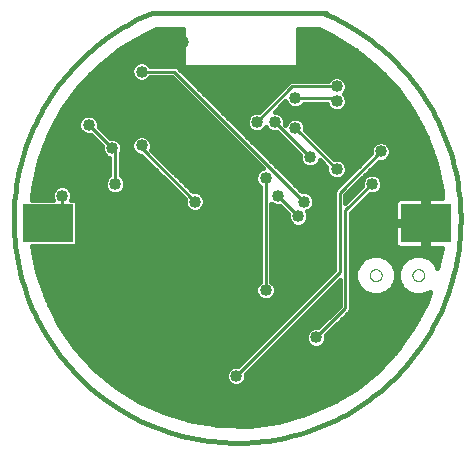
<source format=gbl>
G75*
%MOIN*%
%OFA0B0*%
%FSLAX25Y25*%
%IPPOS*%
%LPD*%
%AMOC8*
5,1,8,0,0,1.08239X$1,22.5*
%
%ADD10C,0.01600*%
%ADD11R,0.17000X0.12800*%
%ADD12C,0.00000*%
%ADD13C,0.04000*%
%ADD14C,0.01000*%
D10*
X0035717Y0032565D02*
X0092924Y0032565D01*
X0094522Y0034164D02*
X0034262Y0034164D01*
X0034282Y0034135D02*
X0028924Y0041916D01*
X0024682Y0050356D01*
X0021634Y0059297D01*
X0019961Y0067937D01*
X0034161Y0067937D01*
X0034981Y0068757D01*
X0034981Y0082717D01*
X0034161Y0083537D01*
X0032933Y0083537D01*
X0033206Y0084195D01*
X0033206Y0085547D01*
X0032688Y0086797D01*
X0031732Y0087753D01*
X0030482Y0088271D01*
X0029129Y0088271D01*
X0027880Y0087753D01*
X0026923Y0086797D01*
X0026406Y0085547D01*
X0026406Y0084195D01*
X0026678Y0083537D01*
X0019790Y0083537D01*
X0020114Y0087419D01*
X0022181Y0096636D01*
X0025489Y0105485D01*
X0029977Y0113797D01*
X0035561Y0121417D01*
X0042134Y0128202D01*
X0049575Y0134023D01*
X0057741Y0138771D01*
X0061120Y0140294D01*
X0070160Y0140294D01*
X0070160Y0127784D01*
X0108349Y0127784D01*
X0108349Y0140294D01*
X0115325Y0140294D01*
X0119489Y0138348D01*
X0127590Y0133488D01*
X0134950Y0127566D01*
X0141430Y0120692D01*
X0146908Y0112996D01*
X0146908Y0112996D01*
X0151282Y0104623D01*
X0154469Y0095730D01*
X0156409Y0086485D01*
X0156587Y0083937D01*
X0151866Y0083937D01*
X0151866Y0076537D01*
X0150266Y0076537D01*
X0150266Y0083937D01*
X0142329Y0083937D01*
X0141871Y0083814D01*
X0141460Y0083577D01*
X0141125Y0083242D01*
X0140888Y0082832D01*
X0140766Y0082374D01*
X0140766Y0076537D01*
X0150266Y0076537D01*
X0150266Y0074937D01*
X0151866Y0074937D01*
X0151866Y0067537D01*
X0156407Y0067537D01*
X0154973Y0060640D01*
X0154323Y0062209D01*
X0152419Y0064113D01*
X0149932Y0065143D01*
X0147239Y0065143D01*
X0144751Y0064113D01*
X0142847Y0062209D01*
X0141817Y0059721D01*
X0141817Y0057028D01*
X0142847Y0054541D01*
X0144751Y0052637D01*
X0147239Y0051606D01*
X0149932Y0051606D01*
X0152419Y0052637D01*
X0152477Y0052694D01*
X0151335Y0049488D01*
X0146977Y0041107D01*
X0141513Y0033401D01*
X0135046Y0026515D01*
X0127697Y0020578D01*
X0119605Y0015704D01*
X0110923Y0011982D01*
X0101813Y0009483D01*
X0092446Y0008254D01*
X0083000Y0008319D01*
X0073651Y0009676D01*
X0064576Y0012299D01*
X0055945Y0016140D01*
X0047921Y0021125D01*
X0040654Y0027161D01*
X0034282Y0034135D01*
X0033162Y0035762D02*
X0096121Y0035762D01*
X0097719Y0037361D02*
X0032061Y0037361D01*
X0030960Y0038959D02*
X0099318Y0038959D01*
X0100916Y0040558D02*
X0029859Y0040558D01*
X0028803Y0042156D02*
X0102515Y0042156D01*
X0104113Y0043755D02*
X0028000Y0043755D01*
X0027196Y0045354D02*
X0105712Y0045354D01*
X0107310Y0046952D02*
X0026393Y0046952D01*
X0025589Y0048551D02*
X0108909Y0048551D01*
X0110507Y0050149D02*
X0098816Y0050149D01*
X0098395Y0049975D02*
X0099645Y0050492D01*
X0100602Y0051449D01*
X0101119Y0052698D01*
X0101119Y0054051D01*
X0100602Y0055301D01*
X0099645Y0056257D01*
X0099619Y0056268D01*
X0099619Y0082100D01*
X0099730Y0081988D01*
X0100980Y0081471D01*
X0102332Y0081471D01*
X0102358Y0081482D01*
X0105157Y0078683D01*
X0105146Y0078657D01*
X0105146Y0077305D01*
X0105664Y0076055D01*
X0106620Y0075099D01*
X0107870Y0074581D01*
X0109222Y0074581D01*
X0110472Y0075099D01*
X0111428Y0076055D01*
X0111946Y0077305D01*
X0111946Y0078657D01*
X0111537Y0079646D01*
X0112440Y0080020D01*
X0113397Y0080976D01*
X0113914Y0082226D01*
X0113914Y0083579D01*
X0113397Y0084828D01*
X0112440Y0085785D01*
X0111191Y0086302D01*
X0109838Y0086302D01*
X0109812Y0086292D01*
X0069107Y0126996D01*
X0067994Y0128109D01*
X0059274Y0128109D01*
X0059263Y0128135D01*
X0058307Y0129092D01*
X0057057Y0129609D01*
X0055704Y0129609D01*
X0054455Y0129092D01*
X0053498Y0128135D01*
X0052981Y0126886D01*
X0052981Y0125533D01*
X0053498Y0124284D01*
X0054455Y0123327D01*
X0055704Y0122809D01*
X0057057Y0122809D01*
X0058307Y0123327D01*
X0059263Y0124284D01*
X0059274Y0124309D01*
X0066420Y0124309D01*
X0096697Y0094033D01*
X0095793Y0093659D01*
X0094837Y0092702D01*
X0094319Y0091453D01*
X0094319Y0090100D01*
X0094837Y0088850D01*
X0095793Y0087894D01*
X0095819Y0087883D01*
X0095819Y0056268D01*
X0095793Y0056257D01*
X0094837Y0055301D01*
X0094319Y0054051D01*
X0094319Y0052698D01*
X0094837Y0051449D01*
X0095793Y0050492D01*
X0097043Y0049975D01*
X0098395Y0049975D01*
X0096622Y0050149D02*
X0024785Y0050149D01*
X0024207Y0051748D02*
X0094713Y0051748D01*
X0094319Y0053346D02*
X0023662Y0053346D01*
X0023117Y0054945D02*
X0094689Y0054945D01*
X0095819Y0056543D02*
X0022572Y0056543D01*
X0022028Y0058142D02*
X0095819Y0058142D01*
X0095819Y0059740D02*
X0021548Y0059740D01*
X0021238Y0061339D02*
X0095819Y0061339D01*
X0095819Y0062937D02*
X0020929Y0062937D01*
X0020619Y0064536D02*
X0095819Y0064536D01*
X0095819Y0066134D02*
X0020310Y0066134D01*
X0020000Y0067733D02*
X0095819Y0067733D01*
X0095819Y0069331D02*
X0034981Y0069331D01*
X0034981Y0070930D02*
X0095819Y0070930D01*
X0095819Y0072528D02*
X0034981Y0072528D01*
X0034981Y0074127D02*
X0095819Y0074127D01*
X0095819Y0075725D02*
X0034981Y0075725D01*
X0034981Y0077324D02*
X0095819Y0077324D01*
X0095819Y0078922D02*
X0034981Y0078922D01*
X0034981Y0080521D02*
X0071670Y0080521D01*
X0071215Y0080976D02*
X0070697Y0082226D01*
X0070697Y0083579D01*
X0070708Y0083605D01*
X0056109Y0098203D01*
X0055704Y0098203D01*
X0054455Y0098721D01*
X0053498Y0099677D01*
X0052981Y0100927D01*
X0052981Y0102279D01*
X0053498Y0103529D01*
X0054455Y0104486D01*
X0055704Y0105003D01*
X0057057Y0105003D01*
X0058307Y0104486D01*
X0059263Y0103529D01*
X0059781Y0102279D01*
X0059781Y0100927D01*
X0059482Y0100205D01*
X0073395Y0086292D01*
X0073421Y0086302D01*
X0074773Y0086302D01*
X0076023Y0085785D01*
X0076979Y0084828D01*
X0077497Y0083579D01*
X0077497Y0082226D01*
X0076979Y0080976D01*
X0076023Y0080020D01*
X0074773Y0079502D01*
X0073421Y0079502D01*
X0072171Y0080020D01*
X0071215Y0080976D01*
X0070741Y0082119D02*
X0034981Y0082119D01*
X0033008Y0083718D02*
X0070595Y0083718D01*
X0068996Y0085316D02*
X0033206Y0085316D01*
X0032570Y0086915D02*
X0044626Y0086915D01*
X0044640Y0086882D02*
X0045596Y0085925D01*
X0046846Y0085408D01*
X0048199Y0085408D01*
X0049448Y0085925D01*
X0050405Y0086882D01*
X0050922Y0088132D01*
X0050922Y0089484D01*
X0050405Y0090734D01*
X0049448Y0091690D01*
X0049422Y0091701D01*
X0049422Y0098697D01*
X0049938Y0099943D01*
X0049938Y0101295D01*
X0049420Y0102545D01*
X0048464Y0103501D01*
X0047214Y0104019D01*
X0045862Y0104019D01*
X0045836Y0104008D01*
X0042053Y0107791D01*
X0042064Y0107817D01*
X0042064Y0109169D01*
X0041546Y0110419D01*
X0040590Y0111375D01*
X0039340Y0111893D01*
X0037988Y0111893D01*
X0036738Y0111375D01*
X0035782Y0110419D01*
X0035264Y0109169D01*
X0035264Y0107817D01*
X0035782Y0106567D01*
X0036738Y0105611D01*
X0037988Y0105093D01*
X0039340Y0105093D01*
X0039366Y0105104D01*
X0043149Y0101321D01*
X0043138Y0101295D01*
X0043138Y0099943D01*
X0043656Y0098693D01*
X0044612Y0097737D01*
X0045622Y0097318D01*
X0045622Y0091701D01*
X0045596Y0091690D01*
X0044640Y0090734D01*
X0044122Y0089484D01*
X0044122Y0088132D01*
X0044640Y0086882D01*
X0044122Y0088513D02*
X0020359Y0088513D01*
X0020072Y0086915D02*
X0027041Y0086915D01*
X0026406Y0085316D02*
X0019938Y0085316D01*
X0019805Y0083718D02*
X0026603Y0083718D01*
X0020718Y0090112D02*
X0044382Y0090112D01*
X0045622Y0091710D02*
X0021076Y0091710D01*
X0021434Y0093309D02*
X0045622Y0093309D01*
X0045622Y0094907D02*
X0021793Y0094907D01*
X0022151Y0096506D02*
X0045622Y0096506D01*
X0044244Y0098104D02*
X0022729Y0098104D01*
X0023327Y0099703D02*
X0043237Y0099703D01*
X0043141Y0101301D02*
X0023925Y0101301D01*
X0024523Y0102900D02*
X0041570Y0102900D01*
X0039972Y0104498D02*
X0025120Y0104498D01*
X0025820Y0106097D02*
X0036252Y0106097D01*
X0035314Y0107695D02*
X0026683Y0107695D01*
X0027546Y0109294D02*
X0035316Y0109294D01*
X0036255Y0110892D02*
X0028409Y0110892D01*
X0029272Y0112491D02*
X0078239Y0112491D01*
X0079837Y0110892D02*
X0041073Y0110892D01*
X0042012Y0109294D02*
X0081436Y0109294D01*
X0083034Y0107695D02*
X0042148Y0107695D01*
X0043747Y0106097D02*
X0084633Y0106097D01*
X0086231Y0104498D02*
X0058275Y0104498D01*
X0059524Y0102900D02*
X0087830Y0102900D01*
X0089428Y0101301D02*
X0059781Y0101301D01*
X0059984Y0099703D02*
X0091027Y0099703D01*
X0092625Y0098104D02*
X0061582Y0098104D01*
X0063181Y0096506D02*
X0094224Y0096506D01*
X0095822Y0094907D02*
X0064779Y0094907D01*
X0066378Y0093309D02*
X0095443Y0093309D01*
X0094426Y0091710D02*
X0067976Y0091710D01*
X0069575Y0090112D02*
X0094319Y0090112D01*
X0095174Y0088513D02*
X0071173Y0088513D01*
X0072772Y0086915D02*
X0095819Y0086915D01*
X0095819Y0085316D02*
X0076491Y0085316D01*
X0077439Y0083718D02*
X0095819Y0083718D01*
X0095819Y0082119D02*
X0077453Y0082119D01*
X0076524Y0080521D02*
X0095819Y0080521D01*
X0099619Y0080521D02*
X0103319Y0080521D01*
X0104918Y0078922D02*
X0099619Y0078922D01*
X0099619Y0077324D02*
X0105146Y0077324D01*
X0105993Y0075725D02*
X0099619Y0075725D01*
X0099619Y0074127D02*
X0120425Y0074127D01*
X0120425Y0075725D02*
X0111098Y0075725D01*
X0111946Y0077324D02*
X0120425Y0077324D01*
X0120425Y0078922D02*
X0111836Y0078922D01*
X0112941Y0080521D02*
X0120425Y0080521D01*
X0120425Y0082119D02*
X0113870Y0082119D01*
X0113857Y0083718D02*
X0120425Y0083718D01*
X0120425Y0085316D02*
X0112909Y0085316D01*
X0109189Y0086915D02*
X0120698Y0086915D01*
X0120425Y0086642D02*
X0120425Y0060067D01*
X0088579Y0028221D01*
X0088553Y0028231D01*
X0087200Y0028231D01*
X0085951Y0027714D01*
X0084994Y0026757D01*
X0084477Y0025508D01*
X0084477Y0024155D01*
X0084994Y0022906D01*
X0085951Y0021949D01*
X0087200Y0021431D01*
X0088553Y0021431D01*
X0089803Y0021949D01*
X0090759Y0022906D01*
X0091277Y0024155D01*
X0091277Y0025508D01*
X0091266Y0025534D01*
X0122394Y0056662D01*
X0122394Y0048256D01*
X0115154Y0041016D01*
X0115128Y0041027D01*
X0113775Y0041027D01*
X0112525Y0040509D01*
X0111569Y0039553D01*
X0111051Y0038303D01*
X0111051Y0036950D01*
X0111569Y0035701D01*
X0112525Y0034744D01*
X0113775Y0034227D01*
X0115128Y0034227D01*
X0116377Y0034744D01*
X0117334Y0035701D01*
X0117851Y0036950D01*
X0117851Y0038303D01*
X0117841Y0038329D01*
X0125081Y0045569D01*
X0126194Y0046682D01*
X0126194Y0079163D01*
X0132450Y0085419D01*
X0132476Y0085408D01*
X0133829Y0085408D01*
X0135078Y0085925D01*
X0136035Y0086882D01*
X0136552Y0088132D01*
X0136552Y0089484D01*
X0136035Y0090734D01*
X0135078Y0091690D01*
X0133829Y0092208D01*
X0132476Y0092208D01*
X0131226Y0091690D01*
X0130270Y0090734D01*
X0129752Y0089484D01*
X0129752Y0088132D01*
X0129763Y0088106D01*
X0124225Y0082568D01*
X0124225Y0085068D01*
X0135403Y0096245D01*
X0135429Y0096235D01*
X0136781Y0096235D01*
X0138031Y0096752D01*
X0138987Y0097709D01*
X0139505Y0098958D01*
X0139505Y0100311D01*
X0138987Y0101561D01*
X0138031Y0102517D01*
X0136781Y0103035D01*
X0135429Y0103035D01*
X0134179Y0102517D01*
X0133223Y0101561D01*
X0132705Y0100311D01*
X0132705Y0098958D01*
X0132716Y0098932D01*
X0120425Y0086642D01*
X0122297Y0088513D02*
X0107590Y0088513D01*
X0105992Y0090112D02*
X0123895Y0090112D01*
X0123267Y0090847D02*
X0124224Y0091803D01*
X0124741Y0093053D01*
X0124741Y0094405D01*
X0124224Y0095655D01*
X0123267Y0096612D01*
X0122018Y0097129D01*
X0120665Y0097129D01*
X0120639Y0097118D01*
X0110951Y0106806D01*
X0110962Y0106832D01*
X0110962Y0108185D01*
X0110444Y0109435D01*
X0109488Y0110391D01*
X0108238Y0110909D01*
X0106885Y0110909D01*
X0105636Y0110391D01*
X0104679Y0109435D01*
X0104305Y0108531D01*
X0104061Y0108775D01*
X0104072Y0108801D01*
X0104072Y0110153D01*
X0103554Y0111403D01*
X0102598Y0112360D01*
X0101348Y0112877D01*
X0100853Y0112877D01*
X0104305Y0116329D01*
X0104679Y0115425D01*
X0105636Y0114469D01*
X0106885Y0113951D01*
X0108238Y0113951D01*
X0109488Y0114469D01*
X0110444Y0115425D01*
X0110455Y0115451D01*
X0118040Y0115451D01*
X0118459Y0114441D01*
X0119415Y0113485D01*
X0120665Y0112967D01*
X0122018Y0112967D01*
X0123267Y0113485D01*
X0124224Y0114441D01*
X0124741Y0115691D01*
X0124741Y0117043D01*
X0124224Y0118293D01*
X0123689Y0118828D01*
X0124224Y0119362D01*
X0124741Y0120612D01*
X0124741Y0121964D01*
X0124224Y0123214D01*
X0123267Y0124171D01*
X0122018Y0124688D01*
X0120665Y0124688D01*
X0119415Y0124171D01*
X0118459Y0123214D01*
X0118448Y0123188D01*
X0105790Y0123188D01*
X0104677Y0122075D01*
X0095469Y0112866D01*
X0095443Y0112877D01*
X0094090Y0112877D01*
X0092840Y0112360D01*
X0091884Y0111403D01*
X0091366Y0110153D01*
X0091366Y0108801D01*
X0091884Y0107551D01*
X0092840Y0106595D01*
X0094090Y0106077D01*
X0095443Y0106077D01*
X0096692Y0106595D01*
X0097649Y0107551D01*
X0097719Y0107721D01*
X0097790Y0107551D01*
X0098746Y0106595D01*
X0099996Y0106077D01*
X0101348Y0106077D01*
X0101374Y0106088D01*
X0109094Y0098368D01*
X0109083Y0098342D01*
X0109083Y0096990D01*
X0109601Y0095740D01*
X0110557Y0094784D01*
X0111807Y0094266D01*
X0113159Y0094266D01*
X0114409Y0094784D01*
X0115365Y0095740D01*
X0115740Y0096644D01*
X0117952Y0094431D01*
X0117941Y0094405D01*
X0117941Y0093053D01*
X0118459Y0091803D01*
X0119415Y0090847D01*
X0120665Y0090329D01*
X0122018Y0090329D01*
X0123267Y0090847D01*
X0124131Y0091710D02*
X0125494Y0091710D01*
X0124741Y0093309D02*
X0127092Y0093309D01*
X0128691Y0094907D02*
X0124533Y0094907D01*
X0123373Y0096506D02*
X0130289Y0096506D01*
X0131888Y0098104D02*
X0119653Y0098104D01*
X0118054Y0099703D02*
X0132705Y0099703D01*
X0133115Y0101301D02*
X0116456Y0101301D01*
X0114857Y0102900D02*
X0135103Y0102900D01*
X0137107Y0102900D02*
X0151900Y0102900D01*
X0151327Y0104498D02*
X0113259Y0104498D01*
X0111660Y0106097D02*
X0150512Y0106097D01*
X0149677Y0107695D02*
X0110962Y0107695D01*
X0110502Y0109294D02*
X0148842Y0109294D01*
X0148007Y0110892D02*
X0108277Y0110892D01*
X0106846Y0110892D02*
X0103766Y0110892D01*
X0104072Y0109294D02*
X0104621Y0109294D01*
X0102281Y0112491D02*
X0147172Y0112491D01*
X0146130Y0114089D02*
X0123872Y0114089D01*
X0124740Y0115688D02*
X0144992Y0115688D01*
X0143854Y0117287D02*
X0124640Y0117287D01*
X0123746Y0118885D02*
X0142716Y0118885D01*
X0141578Y0120484D02*
X0124688Y0120484D01*
X0124693Y0122082D02*
X0140119Y0122082D01*
X0141430Y0120692D02*
X0141430Y0120692D01*
X0138612Y0123681D02*
X0123757Y0123681D01*
X0118925Y0123681D02*
X0072423Y0123681D01*
X0070825Y0125279D02*
X0137105Y0125279D01*
X0135598Y0126878D02*
X0069226Y0126878D01*
X0070160Y0128476D02*
X0058922Y0128476D01*
X0058660Y0123681D02*
X0067049Y0123681D01*
X0068648Y0122082D02*
X0036205Y0122082D01*
X0034877Y0120484D02*
X0070246Y0120484D01*
X0071845Y0118885D02*
X0033705Y0118885D01*
X0032534Y0117287D02*
X0073443Y0117287D01*
X0075042Y0115688D02*
X0031363Y0115688D01*
X0030191Y0114089D02*
X0076640Y0114089D01*
X0078817Y0117287D02*
X0099889Y0117287D01*
X0101487Y0118885D02*
X0077219Y0118885D01*
X0075620Y0120484D02*
X0103086Y0120484D01*
X0104684Y0122082D02*
X0074022Y0122082D01*
X0080416Y0115688D02*
X0098290Y0115688D01*
X0096692Y0114089D02*
X0082014Y0114089D01*
X0083613Y0112491D02*
X0093158Y0112491D01*
X0091673Y0110892D02*
X0085211Y0110892D01*
X0086810Y0109294D02*
X0091366Y0109294D01*
X0091824Y0107695D02*
X0088408Y0107695D01*
X0090007Y0106097D02*
X0094042Y0106097D01*
X0095490Y0106097D02*
X0099948Y0106097D01*
X0102964Y0104498D02*
X0091605Y0104498D01*
X0093204Y0102900D02*
X0104562Y0102900D01*
X0106161Y0101301D02*
X0094802Y0101301D01*
X0096401Y0099703D02*
X0107759Y0099703D01*
X0109083Y0098104D02*
X0097999Y0098104D01*
X0099598Y0096506D02*
X0109283Y0096506D01*
X0110433Y0094907D02*
X0101196Y0094907D01*
X0102795Y0093309D02*
X0117941Y0093309D01*
X0117476Y0094907D02*
X0114532Y0094907D01*
X0115682Y0096506D02*
X0115877Y0096506D01*
X0118552Y0091710D02*
X0104393Y0091710D01*
X0097730Y0107695D02*
X0097709Y0107695D01*
X0102066Y0114089D02*
X0106551Y0114089D01*
X0108572Y0114089D02*
X0118810Y0114089D01*
X0104570Y0115688D02*
X0103664Y0115688D01*
X0108349Y0128476D02*
X0133818Y0128476D01*
X0131832Y0130075D02*
X0108349Y0130075D01*
X0108349Y0131673D02*
X0129845Y0131673D01*
X0127859Y0133272D02*
X0108349Y0133272D01*
X0108349Y0134870D02*
X0125286Y0134870D01*
X0122621Y0136469D02*
X0108349Y0136469D01*
X0108349Y0138067D02*
X0119957Y0138067D01*
X0116670Y0139666D02*
X0108349Y0139666D01*
X0117798Y0145894D02*
X0059924Y0145894D01*
X0059726Y0139666D02*
X0070160Y0139666D01*
X0070160Y0138067D02*
X0056531Y0138067D01*
X0053782Y0136469D02*
X0070160Y0136469D01*
X0070160Y0134870D02*
X0051033Y0134870D01*
X0048615Y0133272D02*
X0070160Y0133272D01*
X0070160Y0131673D02*
X0046572Y0131673D01*
X0044529Y0130075D02*
X0070160Y0130075D01*
X0053839Y0128476D02*
X0042485Y0128476D01*
X0042134Y0128202D02*
X0042134Y0128202D01*
X0040852Y0126878D02*
X0052981Y0126878D01*
X0053086Y0125279D02*
X0039303Y0125279D01*
X0037754Y0123681D02*
X0054101Y0123681D01*
X0054486Y0104498D02*
X0045345Y0104498D01*
X0049065Y0102900D02*
X0053238Y0102900D01*
X0052981Y0101301D02*
X0049935Y0101301D01*
X0049839Y0099703D02*
X0053488Y0099703D01*
X0056208Y0098104D02*
X0049422Y0098104D01*
X0049422Y0096506D02*
X0057807Y0096506D01*
X0059405Y0094907D02*
X0049422Y0094907D01*
X0049422Y0093309D02*
X0061004Y0093309D01*
X0062602Y0091710D02*
X0049422Y0091710D01*
X0050662Y0090112D02*
X0064201Y0090112D01*
X0065799Y0088513D02*
X0050922Y0088513D01*
X0050418Y0086915D02*
X0067398Y0086915D01*
X0059923Y0145895D02*
X0058243Y0145181D01*
X0056581Y0144427D01*
X0054938Y0143632D01*
X0053314Y0142797D01*
X0051712Y0141922D01*
X0050132Y0141008D01*
X0048574Y0140056D01*
X0047041Y0139066D01*
X0045532Y0138039D01*
X0044048Y0136975D01*
X0042591Y0135875D01*
X0041162Y0134740D01*
X0039761Y0133569D01*
X0038389Y0132365D01*
X0037047Y0131128D01*
X0035735Y0129858D01*
X0034455Y0128557D01*
X0033208Y0127224D01*
X0031993Y0125861D01*
X0030812Y0124469D01*
X0029666Y0123048D01*
X0028555Y0121600D01*
X0027480Y0120125D01*
X0026441Y0118624D01*
X0025439Y0117098D01*
X0024475Y0115548D01*
X0023549Y0113974D01*
X0022662Y0112379D01*
X0021815Y0110762D01*
X0021007Y0109125D01*
X0020240Y0107469D01*
X0019513Y0105794D01*
X0018828Y0104102D01*
X0018185Y0102394D01*
X0017583Y0100670D01*
X0017024Y0098933D01*
X0016508Y0097182D01*
X0016035Y0095419D01*
X0015605Y0093644D01*
X0015218Y0091860D01*
X0014876Y0090067D01*
X0014578Y0088266D01*
X0014324Y0086459D01*
X0014114Y0084645D01*
X0013949Y0082827D01*
X0013828Y0081006D01*
X0013752Y0079182D01*
X0013721Y0077357D01*
X0013734Y0075531D01*
X0013793Y0073707D01*
X0013896Y0071884D01*
X0014043Y0070065D01*
X0014235Y0068249D01*
X0014472Y0066439D01*
X0014753Y0064636D01*
X0015078Y0062839D01*
X0015447Y0061052D01*
X0015860Y0059273D01*
X0016316Y0057506D01*
X0016815Y0055750D01*
X0017357Y0054007D01*
X0017942Y0052278D01*
X0018569Y0050563D01*
X0019238Y0048865D01*
X0019948Y0047183D01*
X0020699Y0045519D01*
X0021491Y0043874D01*
X0022323Y0042249D01*
X0023194Y0040645D01*
X0024105Y0039063D01*
X0025054Y0037504D01*
X0026040Y0035968D01*
X0027065Y0034457D01*
X0028126Y0032972D01*
X0029223Y0031513D01*
X0030355Y0030081D01*
X0031523Y0028677D01*
X0032724Y0027303D01*
X0033958Y0025958D01*
X0035226Y0024644D01*
X0036525Y0023362D01*
X0037855Y0022112D01*
X0039215Y0020894D01*
X0040605Y0019711D01*
X0042023Y0018562D01*
X0043469Y0017448D01*
X0044942Y0016369D01*
X0046441Y0015327D01*
X0047965Y0014323D01*
X0049513Y0013355D01*
X0051085Y0012427D01*
X0052679Y0011536D01*
X0054294Y0010686D01*
X0055929Y0009875D01*
X0057584Y0009104D01*
X0059257Y0008374D01*
X0060948Y0007686D01*
X0062655Y0007039D01*
X0064377Y0006434D01*
X0066114Y0005871D01*
X0067864Y0005351D01*
X0069626Y0004875D01*
X0071399Y0004441D01*
X0073182Y0004051D01*
X0074975Y0003705D01*
X0076775Y0003403D01*
X0078582Y0003146D01*
X0080395Y0002932D01*
X0082213Y0002763D01*
X0084034Y0002639D01*
X0085858Y0002560D01*
X0087683Y0002525D01*
X0089508Y0002535D01*
X0091333Y0002589D01*
X0093156Y0002689D01*
X0094976Y0002832D01*
X0096791Y0003021D01*
X0098602Y0003254D01*
X0100406Y0003531D01*
X0102203Y0003853D01*
X0103992Y0004218D01*
X0105771Y0004627D01*
X0107539Y0005080D01*
X0109296Y0005575D01*
X0111040Y0006114D01*
X0112771Y0006695D01*
X0114486Y0007319D01*
X0116186Y0007984D01*
X0117869Y0008691D01*
X0119534Y0009439D01*
X0121181Y0010227D01*
X0122807Y0011056D01*
X0124413Y0011924D01*
X0125997Y0012832D01*
X0127558Y0013777D01*
X0129096Y0014761D01*
X0130609Y0015782D01*
X0132097Y0016840D01*
X0133558Y0017935D01*
X0134992Y0019064D01*
X0136398Y0020229D01*
X0137775Y0021427D01*
X0139122Y0022659D01*
X0140438Y0023924D01*
X0141723Y0025220D01*
X0142976Y0026548D01*
X0144196Y0027906D01*
X0145383Y0029293D01*
X0146535Y0030709D01*
X0147652Y0032153D01*
X0148733Y0033624D01*
X0149778Y0035121D01*
X0150786Y0036643D01*
X0151756Y0038189D01*
X0152688Y0039758D01*
X0153581Y0041350D01*
X0154435Y0042964D01*
X0155249Y0044598D01*
X0156023Y0046251D01*
X0156757Y0047923D01*
X0157449Y0049612D01*
X0158099Y0051318D01*
X0158707Y0053039D01*
X0159273Y0054774D01*
X0159797Y0056523D01*
X0160277Y0058284D01*
X0160714Y0060057D01*
X0161107Y0061839D01*
X0161457Y0063631D01*
X0161762Y0065430D01*
X0162024Y0067237D01*
X0162241Y0069050D01*
X0162413Y0070867D01*
X0162541Y0072688D01*
X0162625Y0074511D01*
X0162663Y0076337D01*
X0162657Y0078162D01*
X0162606Y0079987D01*
X0162510Y0081810D01*
X0162370Y0083630D01*
X0162185Y0085446D01*
X0161956Y0087257D01*
X0161682Y0089062D01*
X0161364Y0090859D01*
X0161003Y0092649D01*
X0160597Y0094428D01*
X0160148Y0096198D01*
X0159656Y0097956D01*
X0159121Y0099701D01*
X0158543Y0101432D01*
X0157923Y0103149D01*
X0157261Y0104851D01*
X0156557Y0106535D01*
X0155813Y0108202D01*
X0155028Y0109850D01*
X0154202Y0111478D01*
X0153337Y0113086D01*
X0152433Y0114671D01*
X0151490Y0116235D01*
X0150510Y0117774D01*
X0149491Y0119289D01*
X0148436Y0120779D01*
X0147345Y0122242D01*
X0146218Y0123679D01*
X0145057Y0125087D01*
X0143861Y0126466D01*
X0142632Y0127816D01*
X0141370Y0129135D01*
X0140076Y0130422D01*
X0138751Y0131678D01*
X0137396Y0132901D01*
X0136011Y0134090D01*
X0134597Y0135245D01*
X0133155Y0136365D01*
X0131687Y0137449D01*
X0130192Y0138497D01*
X0128672Y0139508D01*
X0127128Y0140481D01*
X0125560Y0141416D01*
X0123970Y0142313D01*
X0122358Y0143170D01*
X0120726Y0143987D01*
X0119074Y0144765D01*
X0117404Y0145501D01*
X0139095Y0101301D02*
X0152473Y0101301D01*
X0153046Y0099703D02*
X0139505Y0099703D01*
X0139151Y0098104D02*
X0153618Y0098104D01*
X0154191Y0096506D02*
X0137436Y0096506D01*
X0134065Y0094907D02*
X0154642Y0094907D01*
X0154977Y0093309D02*
X0132466Y0093309D01*
X0131275Y0091710D02*
X0130868Y0091710D01*
X0130012Y0090112D02*
X0129269Y0090112D01*
X0129752Y0088513D02*
X0127671Y0088513D01*
X0128572Y0086915D02*
X0126072Y0086915D01*
X0126974Y0085316D02*
X0124474Y0085316D01*
X0124225Y0083718D02*
X0125375Y0083718D01*
X0127552Y0080521D02*
X0140766Y0080521D01*
X0140766Y0082119D02*
X0129151Y0082119D01*
X0130749Y0083718D02*
X0141704Y0083718D01*
X0140766Y0078922D02*
X0126194Y0078922D01*
X0126194Y0077324D02*
X0140766Y0077324D01*
X0140766Y0074937D02*
X0140766Y0069100D01*
X0140888Y0068642D01*
X0141125Y0068232D01*
X0141460Y0067897D01*
X0141871Y0067660D01*
X0142329Y0067537D01*
X0150266Y0067537D01*
X0150266Y0074937D01*
X0140766Y0074937D01*
X0140766Y0074127D02*
X0126194Y0074127D01*
X0126194Y0075725D02*
X0150266Y0075725D01*
X0150266Y0074127D02*
X0151866Y0074127D01*
X0151866Y0072528D02*
X0150266Y0072528D01*
X0150266Y0070930D02*
X0151866Y0070930D01*
X0151866Y0069331D02*
X0150266Y0069331D01*
X0150266Y0067733D02*
X0151866Y0067733D01*
X0151399Y0064536D02*
X0155783Y0064536D01*
X0156115Y0066134D02*
X0126194Y0066134D01*
X0126194Y0064536D02*
X0131599Y0064536D01*
X0130578Y0064113D02*
X0133066Y0065143D01*
X0135758Y0065143D01*
X0138246Y0064113D01*
X0140150Y0062209D01*
X0141181Y0059721D01*
X0141181Y0057028D01*
X0140150Y0054541D01*
X0138246Y0052637D01*
X0135758Y0051606D01*
X0133066Y0051606D01*
X0130578Y0052637D01*
X0128674Y0054541D01*
X0127644Y0057028D01*
X0127644Y0059721D01*
X0128674Y0062209D01*
X0130578Y0064113D01*
X0129402Y0062937D02*
X0126194Y0062937D01*
X0126194Y0061339D02*
X0128314Y0061339D01*
X0127651Y0059740D02*
X0126194Y0059740D01*
X0126194Y0058142D02*
X0127644Y0058142D01*
X0127845Y0056543D02*
X0126194Y0056543D01*
X0126194Y0054945D02*
X0128507Y0054945D01*
X0129869Y0053346D02*
X0126194Y0053346D01*
X0126194Y0051748D02*
X0132725Y0051748D01*
X0136099Y0051748D02*
X0146898Y0051748D01*
X0144042Y0053346D02*
X0138955Y0053346D01*
X0140317Y0054945D02*
X0142680Y0054945D01*
X0142018Y0056543D02*
X0140980Y0056543D01*
X0141181Y0058142D02*
X0141817Y0058142D01*
X0141825Y0059740D02*
X0141173Y0059740D01*
X0140511Y0061339D02*
X0142487Y0061339D01*
X0143576Y0062937D02*
X0139422Y0062937D01*
X0137225Y0064536D02*
X0145772Y0064536D01*
X0141744Y0067733D02*
X0126194Y0067733D01*
X0126194Y0069331D02*
X0140766Y0069331D01*
X0140766Y0070930D02*
X0126194Y0070930D01*
X0126194Y0072528D02*
X0140766Y0072528D01*
X0150266Y0077324D02*
X0151866Y0077324D01*
X0151866Y0078922D02*
X0150266Y0078922D01*
X0150266Y0080521D02*
X0151866Y0080521D01*
X0151866Y0082119D02*
X0150266Y0082119D01*
X0150266Y0083718D02*
X0151866Y0083718D01*
X0156319Y0086915D02*
X0136048Y0086915D01*
X0136552Y0088513D02*
X0155984Y0088513D01*
X0155648Y0090112D02*
X0136292Y0090112D01*
X0135030Y0091710D02*
X0155313Y0091710D01*
X0156491Y0085316D02*
X0132348Y0085316D01*
X0120425Y0072528D02*
X0099619Y0072528D01*
X0099619Y0070930D02*
X0120425Y0070930D01*
X0120425Y0069331D02*
X0099619Y0069331D01*
X0099619Y0067733D02*
X0120425Y0067733D01*
X0120425Y0066134D02*
X0099619Y0066134D01*
X0099619Y0064536D02*
X0120425Y0064536D01*
X0120425Y0062937D02*
X0099619Y0062937D01*
X0099619Y0061339D02*
X0120425Y0061339D01*
X0120098Y0059740D02*
X0099619Y0059740D01*
X0099619Y0058142D02*
X0118500Y0058142D01*
X0116901Y0056543D02*
X0099619Y0056543D01*
X0100749Y0054945D02*
X0115303Y0054945D01*
X0113704Y0053346D02*
X0101119Y0053346D01*
X0100725Y0051748D02*
X0112106Y0051748D01*
X0114283Y0048551D02*
X0122394Y0048551D01*
X0122394Y0050149D02*
X0115881Y0050149D01*
X0117480Y0051748D02*
X0122394Y0051748D01*
X0122394Y0053346D02*
X0119078Y0053346D01*
X0120677Y0054945D02*
X0122394Y0054945D01*
X0122394Y0056543D02*
X0122275Y0056543D01*
X0126194Y0050149D02*
X0151570Y0050149D01*
X0152139Y0051748D02*
X0150273Y0051748D01*
X0150847Y0048551D02*
X0126194Y0048551D01*
X0126194Y0046952D02*
X0150016Y0046952D01*
X0149185Y0045354D02*
X0124865Y0045354D01*
X0123267Y0043755D02*
X0148353Y0043755D01*
X0147522Y0042156D02*
X0121668Y0042156D01*
X0120070Y0040558D02*
X0146587Y0040558D01*
X0145454Y0038959D02*
X0118471Y0038959D01*
X0117851Y0037361D02*
X0144320Y0037361D01*
X0143187Y0035762D02*
X0117359Y0035762D01*
X0111544Y0035762D02*
X0101495Y0035762D01*
X0099896Y0034164D02*
X0142054Y0034164D01*
X0140728Y0032565D02*
X0098298Y0032565D01*
X0096699Y0030967D02*
X0139227Y0030967D01*
X0137726Y0029368D02*
X0095101Y0029368D01*
X0093502Y0027770D02*
X0136224Y0027770D01*
X0134620Y0026171D02*
X0091903Y0026171D01*
X0091277Y0024573D02*
X0132642Y0024573D01*
X0130663Y0022974D02*
X0090787Y0022974D01*
X0084966Y0022974D02*
X0045694Y0022974D01*
X0043770Y0024573D02*
X0084477Y0024573D01*
X0084752Y0026171D02*
X0041846Y0026171D01*
X0040098Y0027770D02*
X0086086Y0027770D01*
X0089727Y0029368D02*
X0038638Y0029368D01*
X0037177Y0030967D02*
X0091325Y0030967D01*
X0103093Y0037361D02*
X0111051Y0037361D01*
X0111323Y0038959D02*
X0104692Y0038959D01*
X0106290Y0040558D02*
X0112643Y0040558D01*
X0116294Y0042156D02*
X0107889Y0042156D01*
X0109487Y0043755D02*
X0117893Y0043755D01*
X0119491Y0045354D02*
X0111086Y0045354D01*
X0112684Y0046952D02*
X0121090Y0046952D01*
X0128684Y0021376D02*
X0047619Y0021376D01*
X0050090Y0019777D02*
X0126367Y0019777D01*
X0123714Y0018179D02*
X0052663Y0018179D01*
X0055236Y0016580D02*
X0121061Y0016580D01*
X0117922Y0014982D02*
X0058547Y0014982D01*
X0062139Y0013383D02*
X0114192Y0013383D01*
X0110205Y0011785D02*
X0066355Y0011785D01*
X0071885Y0010186D02*
X0104377Y0010186D01*
X0094987Y0008588D02*
X0081149Y0008588D01*
X0154684Y0061339D02*
X0155118Y0061339D01*
X0155450Y0062937D02*
X0153595Y0062937D01*
D11*
X0151066Y0075737D03*
X0025081Y0075737D03*
D12*
X0132443Y0058375D02*
X0132445Y0058463D01*
X0132451Y0058551D01*
X0132461Y0058639D01*
X0132475Y0058727D01*
X0132492Y0058813D01*
X0132514Y0058899D01*
X0132539Y0058983D01*
X0132569Y0059067D01*
X0132601Y0059149D01*
X0132638Y0059229D01*
X0132678Y0059308D01*
X0132722Y0059385D01*
X0132769Y0059460D01*
X0132819Y0059532D01*
X0132873Y0059603D01*
X0132929Y0059670D01*
X0132989Y0059736D01*
X0133051Y0059798D01*
X0133117Y0059858D01*
X0133184Y0059914D01*
X0133255Y0059968D01*
X0133327Y0060018D01*
X0133402Y0060065D01*
X0133479Y0060109D01*
X0133558Y0060149D01*
X0133638Y0060186D01*
X0133720Y0060218D01*
X0133804Y0060248D01*
X0133888Y0060273D01*
X0133974Y0060295D01*
X0134060Y0060312D01*
X0134148Y0060326D01*
X0134236Y0060336D01*
X0134324Y0060342D01*
X0134412Y0060344D01*
X0134500Y0060342D01*
X0134588Y0060336D01*
X0134676Y0060326D01*
X0134764Y0060312D01*
X0134850Y0060295D01*
X0134936Y0060273D01*
X0135020Y0060248D01*
X0135104Y0060218D01*
X0135186Y0060186D01*
X0135266Y0060149D01*
X0135345Y0060109D01*
X0135422Y0060065D01*
X0135497Y0060018D01*
X0135569Y0059968D01*
X0135640Y0059914D01*
X0135707Y0059858D01*
X0135773Y0059798D01*
X0135835Y0059736D01*
X0135895Y0059670D01*
X0135951Y0059603D01*
X0136005Y0059532D01*
X0136055Y0059460D01*
X0136102Y0059385D01*
X0136146Y0059308D01*
X0136186Y0059229D01*
X0136223Y0059149D01*
X0136255Y0059067D01*
X0136285Y0058983D01*
X0136310Y0058899D01*
X0136332Y0058813D01*
X0136349Y0058727D01*
X0136363Y0058639D01*
X0136373Y0058551D01*
X0136379Y0058463D01*
X0136381Y0058375D01*
X0136379Y0058287D01*
X0136373Y0058199D01*
X0136363Y0058111D01*
X0136349Y0058023D01*
X0136332Y0057937D01*
X0136310Y0057851D01*
X0136285Y0057767D01*
X0136255Y0057683D01*
X0136223Y0057601D01*
X0136186Y0057521D01*
X0136146Y0057442D01*
X0136102Y0057365D01*
X0136055Y0057290D01*
X0136005Y0057218D01*
X0135951Y0057147D01*
X0135895Y0057080D01*
X0135835Y0057014D01*
X0135773Y0056952D01*
X0135707Y0056892D01*
X0135640Y0056836D01*
X0135569Y0056782D01*
X0135497Y0056732D01*
X0135422Y0056685D01*
X0135345Y0056641D01*
X0135266Y0056601D01*
X0135186Y0056564D01*
X0135104Y0056532D01*
X0135020Y0056502D01*
X0134936Y0056477D01*
X0134850Y0056455D01*
X0134764Y0056438D01*
X0134676Y0056424D01*
X0134588Y0056414D01*
X0134500Y0056408D01*
X0134412Y0056406D01*
X0134324Y0056408D01*
X0134236Y0056414D01*
X0134148Y0056424D01*
X0134060Y0056438D01*
X0133974Y0056455D01*
X0133888Y0056477D01*
X0133804Y0056502D01*
X0133720Y0056532D01*
X0133638Y0056564D01*
X0133558Y0056601D01*
X0133479Y0056641D01*
X0133402Y0056685D01*
X0133327Y0056732D01*
X0133255Y0056782D01*
X0133184Y0056836D01*
X0133117Y0056892D01*
X0133051Y0056952D01*
X0132989Y0057014D01*
X0132929Y0057080D01*
X0132873Y0057147D01*
X0132819Y0057218D01*
X0132769Y0057290D01*
X0132722Y0057365D01*
X0132678Y0057442D01*
X0132638Y0057521D01*
X0132601Y0057601D01*
X0132569Y0057683D01*
X0132539Y0057767D01*
X0132514Y0057851D01*
X0132492Y0057937D01*
X0132475Y0058023D01*
X0132461Y0058111D01*
X0132451Y0058199D01*
X0132445Y0058287D01*
X0132443Y0058375D01*
X0146616Y0058375D02*
X0146618Y0058463D01*
X0146624Y0058551D01*
X0146634Y0058639D01*
X0146648Y0058727D01*
X0146665Y0058813D01*
X0146687Y0058899D01*
X0146712Y0058983D01*
X0146742Y0059067D01*
X0146774Y0059149D01*
X0146811Y0059229D01*
X0146851Y0059308D01*
X0146895Y0059385D01*
X0146942Y0059460D01*
X0146992Y0059532D01*
X0147046Y0059603D01*
X0147102Y0059670D01*
X0147162Y0059736D01*
X0147224Y0059798D01*
X0147290Y0059858D01*
X0147357Y0059914D01*
X0147428Y0059968D01*
X0147500Y0060018D01*
X0147575Y0060065D01*
X0147652Y0060109D01*
X0147731Y0060149D01*
X0147811Y0060186D01*
X0147893Y0060218D01*
X0147977Y0060248D01*
X0148061Y0060273D01*
X0148147Y0060295D01*
X0148233Y0060312D01*
X0148321Y0060326D01*
X0148409Y0060336D01*
X0148497Y0060342D01*
X0148585Y0060344D01*
X0148673Y0060342D01*
X0148761Y0060336D01*
X0148849Y0060326D01*
X0148937Y0060312D01*
X0149023Y0060295D01*
X0149109Y0060273D01*
X0149193Y0060248D01*
X0149277Y0060218D01*
X0149359Y0060186D01*
X0149439Y0060149D01*
X0149518Y0060109D01*
X0149595Y0060065D01*
X0149670Y0060018D01*
X0149742Y0059968D01*
X0149813Y0059914D01*
X0149880Y0059858D01*
X0149946Y0059798D01*
X0150008Y0059736D01*
X0150068Y0059670D01*
X0150124Y0059603D01*
X0150178Y0059532D01*
X0150228Y0059460D01*
X0150275Y0059385D01*
X0150319Y0059308D01*
X0150359Y0059229D01*
X0150396Y0059149D01*
X0150428Y0059067D01*
X0150458Y0058983D01*
X0150483Y0058899D01*
X0150505Y0058813D01*
X0150522Y0058727D01*
X0150536Y0058639D01*
X0150546Y0058551D01*
X0150552Y0058463D01*
X0150554Y0058375D01*
X0150552Y0058287D01*
X0150546Y0058199D01*
X0150536Y0058111D01*
X0150522Y0058023D01*
X0150505Y0057937D01*
X0150483Y0057851D01*
X0150458Y0057767D01*
X0150428Y0057683D01*
X0150396Y0057601D01*
X0150359Y0057521D01*
X0150319Y0057442D01*
X0150275Y0057365D01*
X0150228Y0057290D01*
X0150178Y0057218D01*
X0150124Y0057147D01*
X0150068Y0057080D01*
X0150008Y0057014D01*
X0149946Y0056952D01*
X0149880Y0056892D01*
X0149813Y0056836D01*
X0149742Y0056782D01*
X0149670Y0056732D01*
X0149595Y0056685D01*
X0149518Y0056641D01*
X0149439Y0056601D01*
X0149359Y0056564D01*
X0149277Y0056532D01*
X0149193Y0056502D01*
X0149109Y0056477D01*
X0149023Y0056455D01*
X0148937Y0056438D01*
X0148849Y0056424D01*
X0148761Y0056414D01*
X0148673Y0056408D01*
X0148585Y0056406D01*
X0148497Y0056408D01*
X0148409Y0056414D01*
X0148321Y0056424D01*
X0148233Y0056438D01*
X0148147Y0056455D01*
X0148061Y0056477D01*
X0147977Y0056502D01*
X0147893Y0056532D01*
X0147811Y0056564D01*
X0147731Y0056601D01*
X0147652Y0056641D01*
X0147575Y0056685D01*
X0147500Y0056732D01*
X0147428Y0056782D01*
X0147357Y0056836D01*
X0147290Y0056892D01*
X0147224Y0056952D01*
X0147162Y0057014D01*
X0147102Y0057080D01*
X0147046Y0057147D01*
X0146992Y0057218D01*
X0146942Y0057290D01*
X0146895Y0057365D01*
X0146851Y0057442D01*
X0146811Y0057521D01*
X0146774Y0057601D01*
X0146742Y0057683D01*
X0146712Y0057767D01*
X0146687Y0057851D01*
X0146665Y0057937D01*
X0146648Y0058023D01*
X0146634Y0058111D01*
X0146624Y0058199D01*
X0146618Y0058287D01*
X0146616Y0058375D01*
D13*
X0120357Y0032706D03*
X0114451Y0037627D03*
X0097719Y0053375D03*
X0093782Y0058296D03*
X0108546Y0077981D03*
X0110514Y0082902D03*
X0101656Y0084871D03*
X0097719Y0090776D03*
X0100672Y0104556D03*
X0100672Y0109477D03*
X0094766Y0109477D03*
X0107562Y0107509D03*
X0107562Y0117351D03*
X0121341Y0116367D03*
X0121341Y0121288D03*
X0121341Y0132115D03*
X0136105Y0099635D03*
X0133152Y0088808D03*
X0121341Y0093729D03*
X0112483Y0097666D03*
X0074097Y0082902D03*
X0056381Y0101603D03*
X0046538Y0100619D03*
X0038664Y0108493D03*
X0034727Y0099635D03*
X0047522Y0088808D03*
X0029806Y0084871D03*
X0056381Y0126209D03*
X0070160Y0136052D03*
X0087877Y0030737D03*
X0087877Y0024831D03*
D14*
X0122325Y0059280D01*
X0122325Y0085855D01*
X0136105Y0099635D01*
X0133152Y0088808D02*
X0124294Y0079950D01*
X0124294Y0047469D01*
X0114451Y0037627D01*
X0097719Y0053375D02*
X0097719Y0090776D01*
X0101656Y0084871D02*
X0108546Y0077981D01*
X0110514Y0082902D02*
X0067207Y0126209D01*
X0056381Y0126209D01*
X0038664Y0108493D02*
X0046538Y0100619D01*
X0047522Y0099635D01*
X0047522Y0088808D01*
X0056381Y0100619D02*
X0056381Y0101603D01*
X0056381Y0100619D02*
X0074097Y0082902D01*
X0094766Y0109477D02*
X0106577Y0121288D01*
X0121341Y0121288D01*
X0120357Y0117351D02*
X0107562Y0117351D01*
X0100672Y0109477D02*
X0112483Y0097666D01*
X0121341Y0093729D02*
X0107562Y0107509D01*
X0120357Y0117351D02*
X0121341Y0116367D01*
X0029806Y0084871D02*
X0029806Y0079950D01*
X0025869Y0076013D01*
X0025081Y0075737D01*
M02*

</source>
